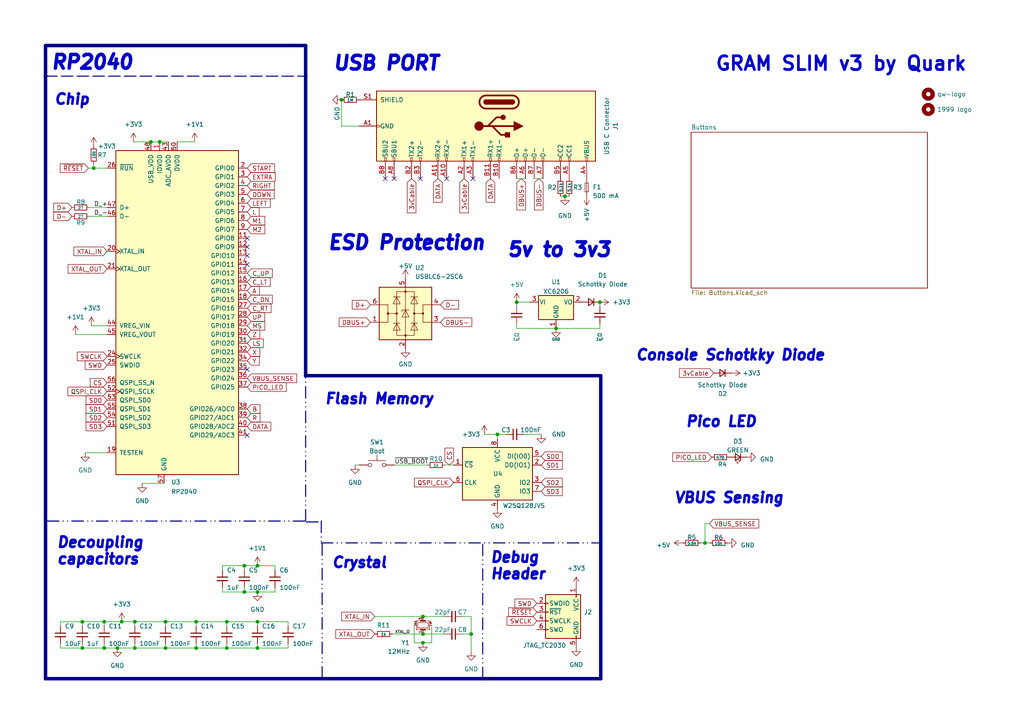
<source format=kicad_sch>
(kicad_sch (version 20230121) (generator eeschema)
  (paper "A4")
  (lib_symbols
    (symbol "Connector:USB_C_Receptacle" (pin_names (offset 1.016))
      (property "Reference" "J" (at -10.16 29.21 0))
      (property "Value" "USB_C_Receptacle" (at 10.16 29.21 0))
      (symbol "USB_C_Receptacle_1_1"
        (pin passive line (at 0 -40.64 90) (length 5.08) (name "GND") (number "A1"))
        (pin bidirectional line (at 15.24 -15.24 180) (length 5.08) (name "RX2-") (number "A10"))
        (pin bidirectional line (at 15.24 -17.78 180) (length 5.08) (name "RX2+") (number "A11"))
        (pin passive line (at 0 -40.64 90) (length 5.08) hide (name "GND") (number "A12"))
        (pin bidirectional line (at 15.24 -10.16 180) (length 5.08) (name "TX1+") (number "A2"))
        (pin bidirectional line (at 15.24 -7.62 180) (length 5.08) (name "TX1-") (number "A3"))
        (pin passive line (at 15.24 25.4 180) (length 5.08) (name "VBUS") (number "A4"))
        (pin bidirectional line (at 15.24 20.32 180) (length 5.08) (name "CC1") (number "A5"))
        (pin bidirectional line (at 15.24 7.62 180) (length 5.08) (name "D+") (number "A6"))
        (pin bidirectional line (at 15.24 12.7 180) (length 5.08) (name "D-") (number "A7"))
        (pin bidirectional line (at 15.24 -30.48 180) (length 5.08) (name "SBU1") (number "A8"))
        (pin passive line (at 15.24 25.4 180) (length 5.08) hide (name "VBUS") (number "A9"))
        (pin passive line (at 0 -40.64 90) (length 5.08) hide (name "GND") (number "B1"))
        (pin bidirectional line (at 15.24 0 180) (length 5.08) (name "RX1-") (number "B10"))
        (pin bidirectional line (at 15.24 -2.54 180) (length 5.08) (name "RX1+") (number "B11"))
        (pin passive line (at 0 -40.64 90) (length 5.08) hide (name "GND") (number "B12"))
        (pin bidirectional line (at 15.24 -25.4 180) (length 5.08) (name "TX2+") (number "B2"))
        (pin bidirectional line (at 15.24 -22.86 180) (length 5.08) (name "TX2-") (number "B3"))
        (pin passive line (at 15.24 25.4 180) (length 5.08) hide (name "VBUS") (number "B4"))
        (pin bidirectional line (at 15.24 17.78 180) (length 5.08) (name "CC2") (number "B5"))
        (pin bidirectional line (at 15.24 5.08 180) (length 5.08) (name "D+") (number "B6"))
        (pin bidirectional line (at 15.24 10.16 180) (length 5.08) (name "D-") (number "B7"))
        (pin bidirectional line (at 15.24 -33.02 180) (length 5.08) (name "SBU2") (number "B8"))
        (pin passive line (at 15.24 25.4 180) (length 5.08) hide (name "VBUS") (number "B9"))
        (pin passive line (at -7.62 -40.64 90) (length 5.08) (name "SHIELD") (number "S1"))
      )
    )
    (symbol "Device:C_Small" (pin_numbers hide) (pin_names (offset 0.254) hide)
      (property "Reference" "C" (at 0.254 1.778 0))
      (property "Value" "C_Small" (at 0.254 -2.032 0))
      (symbol "C_Small_1_1"
        (pin passive line (at 0 2.54 270) (length 2.032) (name "~") (number "1"))
        (pin passive line (at 0 -2.54 90) (length 2.032) (name "~") (number "2"))
      )
    )
    (symbol "Device:Crystal_GND24_Small" (pin_names (offset 1.016) hide)
      (property "Reference" "Y" (at 1.27 4.445 0))
      (property "Value" "Crystal_GND24_Small" (at 1.27 2.54 0))
      (symbol "Crystal_GND24_Small_1_1"
        (pin passive line (at -2.54 0 0) (length 1.27) (name "1") (number "1"))
        (pin passive line (at 0 -2.54 90) (length 0.635) (name "2") (number "2"))
        (pin passive line (at 2.54 0 180) (length 1.27) (name "3") (number "3"))
        (pin passive line (at 0 2.54 270) (length 0.635) (name "4") (number "4"))
      )
    )
    (symbol "Device:D_Small" (pin_numbers hide) (pin_names (offset 0.254) hide)
      (property "Reference" "D" (at -1.27 2.032 0))
      (property "Value" "D_Small" (at -3.81 -2.032 0))
      (symbol "D_Small_1_1"
        (pin passive line (at -2.54 0 0) (length 1.778) (name "K") (number "1"))
        (pin passive line (at 2.54 0 180) (length 1.778) (name "A") (number "2"))
      )
    )
    (symbol "Device:Fuse_Small" (pin_numbers hide) (pin_names (offset 0.254) hide)
      (property "Reference" "F" (at 0 -1.524 0))
      (property "Value" "Fuse_Small" (at 0 1.524 0))
      (symbol "Fuse_Small_1_1"
        (pin passive line (at -2.54 0 0) (length 1.27) (name "~") (number "1"))
        (pin passive line (at 2.54 0 180) (length 1.27) (name "~") (number "2"))
      )
    )
    (symbol "Device:LED_Small" (pin_numbers hide) (pin_names (offset 0.254) hide)
      (property "Reference" "D" (at -1.27 3.175 0))
      (property "Value" "LED_Small" (at -4.445 -2.54 0))
      (symbol "LED_Small_1_1"
        (pin passive line (at -2.54 0 0) (length 1.778) (name "K") (number "1"))
        (pin passive line (at 2.54 0 180) (length 1.778) (name "A") (number "2"))
      )
    )
    (symbol "Device:R_Small" (pin_numbers hide) (pin_names (offset 0.254) hide)
      (property "Reference" "R" (at 0.762 0.508 0))
      (property "Value" "R_Small" (at 0.762 -1.016 0))
      (symbol "R_Small_1_1"
        (pin passive line (at 0 2.54 270) (length 0.762) (name "~") (number "1"))
        (pin passive line (at 0 -2.54 90) (length 0.762) (name "~") (number "2"))
      )
    )
    (symbol "Mechanical:MountingHole" (pin_names (offset 1.016))
      (property "Reference" "H" (at 0 5.08 0))
      (property "Value" "MountingHole" (at 0 3.175 0))
    )
    (symbol "Memory_Flash:W25Q128JVS"
      (property "Reference" "U" (at -8.89 8.89 0))
      (property "Value" "W25Q128JVS" (at 7.62 8.89 0))
      (symbol "W25Q128JVS_1_1"
        (pin input line (at -12.7 2.54 0) (length 2.54) (name "~{CS}") (number "1"))
        (pin bidirectional line (at 12.7 2.54 180) (length 2.54) (name "DO(IO1)") (number "2"))
        (pin bidirectional line (at 12.7 -2.54 180) (length 2.54) (name "IO2") (number "3"))
        (pin power_in line (at 0 -10.16 90) (length 2.54) (name "GND") (number "4"))
        (pin bidirectional line (at 12.7 5.08 180) (length 2.54) (name "DI(IO0)") (number "5"))
        (pin input line (at -12.7 -2.54 0) (length 2.54) (name "CLK") (number "6"))
        (pin bidirectional line (at 12.7 -5.08 180) (length 2.54) (name "IO3") (number "7"))
        (pin power_in line (at 0 10.16 270) (length 2.54) (name "VCC") (number "8"))
      )
    )
    (symbol "Power_Protection:USBLC6-2SC6" (pin_names hide)
      (property "Reference" "U" (at 2.54 8.89 0))
      (property "Value" "USBLC6-2SC6" (at 2.54 -8.89 0))
      (symbol "USBLC6-2SC6_1_1"
        (pin passive line (at -10.16 -2.54 0) (length 2.54) (name "I/O1") (number "1"))
        (pin passive line (at 0 -10.16 90) (length 2.54) (name "GND") (number "2"))
        (pin passive line (at 10.16 -2.54 180) (length 2.54) (name "I/O2") (number "3"))
        (pin passive line (at 10.16 2.54 180) (length 2.54) (name "I/O2") (number "4"))
        (pin passive line (at 0 10.16 270) (length 2.54) (name "VBUS") (number "5"))
        (pin passive line (at -10.16 2.54 0) (length 2.54) (name "I/O1") (number "6"))
      )
    )
    (symbol "Regulator_Linear:XC6206PxxxMR" (pin_names (offset 0.254))
      (property "Reference" "U" (at -3.81 3.175 0))
      (property "Value" "XC6206PxxxMR" (at 0 3.175 0))
      (symbol "XC6206PxxxMR_1_1"
        (pin power_in line (at 0 -7.62 90) (length 2.54) (name "GND") (number "1"))
        (pin power_out line (at 7.62 0 180) (length 2.54) (name "VO") (number "2"))
        (pin power_in line (at -7.62 0 0) (length 2.54) (name "VI") (number "3"))
      )
    )
    (symbol "Sleep-lib:RP2040" (pin_names (offset 1.016))
      (property "Reference" "U" (at 8.89 51.435 0))
      (property "Value" "RP2040" (at 8.89 48.895 0))
      (symbol "RP2040_1_1"
        (pin power_in line (at -5.08 50.8 270) (length 2.54) (name "IOVDD") (number "1"))
        (pin power_in line (at -5.08 50.8 270) (length 2.54) hide (name "IOVDD") (number "10"))
        (pin input line (at 20.32 22.86 180) (length 2.54) (name "GPIO8") (number "11"))
        (pin input line (at 20.32 20.32 180) (length 2.54) (name "GPIO9") (number "12"))
        (pin input line (at 20.32 17.78 180) (length 2.54) (name "GPIO10") (number "13"))
        (pin input line (at 20.32 15.24 180) (length 2.54) (name "GPIO11") (number "14"))
        (pin input line (at 20.32 12.7 180) (length 2.54) (name "GPIO12") (number "15"))
        (pin input line (at 20.32 10.16 180) (length 2.54) (name "GPIO13") (number "16"))
        (pin input line (at 20.32 7.62 180) (length 2.54) (name "GPIO14") (number "17"))
        (pin input line (at 20.32 5.08 180) (length 2.54) (name "GPIO15") (number "18"))
        (pin input line (at -20.32 -39.37 0) (length 2.54) (name "TESTEN") (number "19"))
        (pin input line (at 20.32 43.18 180) (length 2.54) (name "GPIO0") (number "2"))
        (pin input clock (at -20.32 19.05 0) (length 2.54) (name "XTAL_IN") (number "20"))
        (pin input clock (at -20.32 13.97 0) (length 2.54) (name "XTAL_OUT") (number "21"))
        (pin power_in line (at -5.08 50.8 270) (length 2.54) hide (name "IOVDD") (number "22"))
        (pin power_in line (at 0 50.8 270) (length 2.54) hide (name "DVDD") (number "23"))
        (pin input clock (at -20.32 -11.43 0) (length 2.54) (name "SWCLK") (number "24"))
        (pin bidirectional line (at -20.32 -13.97 0) (length 2.54) (name "SWDIO") (number "25"))
        (pin input line (at -20.32 43.18 0) (length 2.54) (name "~{RUN}") (number "26"))
        (pin input line (at 20.32 2.54 180) (length 2.54) (name "GPIO16") (number "27"))
        (pin input line (at 20.32 0 180) (length 2.54) (name "GPIO17") (number "28"))
        (pin input line (at 20.32 -2.54 180) (length 2.54) (name "GPIO18") (number "29"))
        (pin input line (at 20.32 40.64 180) (length 2.54) (name "GPIO1") (number "3"))
        (pin input line (at 20.32 -5.08 180) (length 2.54) (name "GPIO19") (number "30"))
        (pin input line (at 20.32 -7.62 180) (length 2.54) (name "GPIO20") (number "31"))
        (pin input line (at 20.32 -10.16 180) (length 2.54) (name "GPIO21") (number "32"))
        (pin power_in line (at -5.08 50.8 270) (length 2.54) hide (name "IOVDD") (number "33"))
        (pin input line (at 20.32 -12.7 180) (length 2.54) (name "GPIO22") (number "34"))
        (pin input line (at 20.32 -15.24 180) (length 2.54) (name "GPIO23") (number "35"))
        (pin input line (at 20.32 -17.78 180) (length 2.54) (name "GPIO24") (number "36"))
        (pin input line (at 20.32 -20.32 180) (length 2.54) (name "GPIO25") (number "37"))
        (pin input line (at 20.32 -26.67 180) (length 2.54) (name "GPIO26/ADC0") (number "38"))
        (pin input line (at 20.32 -29.21 180) (length 2.54) (name "GPIO27/ADC1") (number "39"))
        (pin input line (at 20.32 38.1 180) (length 2.54) (name "GPIO2") (number "4"))
        (pin input line (at 20.32 -31.75 180) (length 2.54) (name "GPIO28/ADC2") (number "40"))
        (pin input line (at 20.32 -34.29 180) (length 2.54) (name "GPIO29/ADC3") (number "41"))
        (pin power_in line (at -5.08 50.8 270) (length 2.54) hide (name "IOVDD") (number "42"))
        (pin power_in line (at -2.54 50.8 270) (length 2.54) (name "ADC_AVDD") (number "43"))
        (pin power_in line (at -20.32 -2.54 0) (length 2.54) (name "VREG_VIN") (number "44"))
        (pin power_out line (at -20.32 -5.08 0) (length 2.54) (name "VREG_VOUT") (number "45"))
        (pin bidirectional line (at -20.32 29.21 0) (length 2.54) (name "D-") (number "46"))
        (pin bidirectional line (at -20.32 31.75 0) (length 2.54) (name "D+") (number "47"))
        (pin power_in line (at -7.62 50.8 270) (length 2.54) (name "USB_VDD") (number "48"))
        (pin power_in line (at -5.08 50.8 270) (length 2.54) hide (name "IOVDD") (number "49"))
        (pin input line (at 20.32 35.56 180) (length 2.54) (name "GPIO3") (number "5"))
        (pin power_in line (at 0 50.8 270) (length 2.54) (name "DVDD") (number "50"))
        (pin bidirectional line (at -20.32 -31.75 0) (length 2.54) (name "QSPI_SD3") (number "51"))
        (pin input clock (at -20.32 -21.59 0) (length 2.54) (name "QSPI_SCLK") (number "52"))
        (pin bidirectional line (at -20.32 -24.13 0) (length 2.54) (name "QSPI_SD0") (number "53"))
        (pin bidirectional line (at -20.32 -29.21 0) (length 2.54) (name "QSPI_SD2") (number "54"))
        (pin bidirectional line (at -20.32 -26.67 0) (length 2.54) (name "QSPI_SD1") (number "55"))
        (pin bidirectional line (at -20.32 -19.05 0) (length 2.54) (name "QSPI_SS_N") (number "56"))
        (pin power_in line (at -3.81 -48.26 90) (length 2.54) (name "GND") (number "57"))
        (pin input line (at 20.32 33.02 180) (length 2.54) (name "GPIO4") (number "6"))
        (pin input line (at 20.32 30.48 180) (length 2.54) (name "GPIO5") (number "7"))
        (pin input line (at 20.32 27.94 180) (length 2.54) (name "GPIO6") (number "8"))
        (pin input line (at 20.32 25.4 180) (length 2.54) (name "GPIO7") (number "9"))
      )
    )
    (symbol "Switch:SW_Push" (pin_numbers hide) (pin_names (offset 1.016) hide)
      (property "Reference" "SW" (at 1.27 2.54 0))
      (property "Value" "SW_Push" (at 0 -1.524 0))
      (symbol "SW_Push_0_1"
        (pin passive line (at -5.08 0 0) (length 2.54) (name "1") (number "1"))
        (pin passive line (at 5.08 0 180) (length 2.54) (name "2") (number "2"))
      )
    )
    (symbol "marbastlib-various:JTAG_TC2030" (pin_names (offset 1.016))
      (property "Reference" "J" (at -3.81 -6.35 0))
      (property "Value" "JTAG_TC2030" (at -10.16 8.89 0))
      (symbol "JTAG_TC2030_1_1"
        (pin passive line (at 5.08 10.16 270) (length 2.54) (name "VCC") (number "1"))
        (pin passive line (at -6.35 5.08 0) (length 2.54) (name "SWDIO") (number "2"))
        (pin passive line (at -6.35 2.54 0) (length 2.54) (name "~{RST}") (number "3"))
        (pin passive line (at -6.35 0 0) (length 2.54) (name "SWCLK") (number "4"))
        (pin passive line (at 5.08 -7.62 90) (length 2.54) (name "GND") (number "5"))
        (pin passive line (at -6.35 -2.54 0) (length 2.54) (name "SWO") (number "6"))
      )
    )
    (symbol "power:+1V1" (power) (pin_names (offset 0))
      (property "Value" "+1V1" (at 0 3.556 0))
      (symbol "+1V1_1_1"
        (pin power_in line (at 0 0 90) (length 0) hide (name "+1V1") (number "1"))
      )
    )
    (symbol "power:+3.3V" (power) (pin_names (offset 0))
      (property "Value" "+3.3V" (at 0 3.556 0))
      (symbol "+3.3V_1_1"
        (pin power_in line (at 0 0 90) (length 0) hide (name "+3V3") (number "1"))
      )
    )
    (symbol "power:+3V3" (power) (pin_names (offset 0))
      (property "Value" "+3V3" (at 0 3.556 0))
      (symbol "+3V3_1_1"
        (pin power_in line (at 0 0 90) (length 0) hide (name "+3V3") (number "1"))
      )
    )
    (symbol "power:+5V" (power) (pin_names (offset 0))
      (property "Value" "+5V" (at 0 3.556 0))
      (symbol "+5V_1_1"
        (pin power_in line (at 0 0 90) (length 0) hide (name "+5V") (number "1"))
      )
    )
    (symbol "power:GND" (power) (pin_names (offset 0))
      (property "Value" "GND" (at 0 -3.81 0))
      (symbol "GND_1_1"
        (pin power_in line (at 0 0 270) (length 0) hide (name "GND") (number "1"))
      )
    )
  )
  (junction (at 23.876 180.34))
  (junction (at 48.006 180.34))
  (junction (at 88.646 22.098))
  (junction (at 74.676 171.704))
  (junction (at 74.676 180.34))
  (junction (at 30.226 187.96))
  (junction (at 27.178 48.768))
  (junction (at 70.866 171.704))
  (junction (at 149.86 87.63) (diameter 0.9144))
  (junction (at 56.896 187.96))
  (junction (at 99.06 28.956))
  (junction (at 204.47 157.48))
  (junction (at 144.272 125.984))
  (junction (at 174.244 157.4631))
  (junction (at 140.001 196.85))
  (junction (at 65.786 180.34))
  (junction (at 136.652 183.896))
  (junction (at 39.116 180.34))
  (junction (at 30.226 180.34))
  (junction (at 23.876 187.96))
  (junction (at 13.208 22.098))
  (junction (at 122.682 178.816))
  (junction (at 65.786 187.96))
  (junction (at 74.676 187.96))
  (junction (at 74.676 164.084))
  (junction (at 70.866 164.084))
  (junction (at 173.99 87.63))
  (junction (at 56.896 180.34))
  (junction (at 39.116 187.96))
  (junction (at 161.29 95.25) (diameter 0.9144))
  (junction (at 46.3108 41.148))
  (junction (at 48.006 187.96))
  (junction (at 43.7708 41.148))
  (junction (at 88.646 108.966))
  (junction (at 163.8554 56.896))
  (junction (at 122.682 183.896))
  (junction (at 122.682 186.436))
  (junction (at 34.036 187.96))
  (junction (at 35.306 180.34))
  (no_connect (at 111.76 51.816))
  (no_connect (at 71.7108 69.088))
  (no_connect (at 137.16 51.816))
  (no_connect (at 121.92 51.816))
  (no_connect (at 114.3 51.816))
  (no_connect (at 71.7108 74.168))
  (no_connect (at 71.7108 71.628))
  (no_connect (at 71.7108 76.708))
  (no_connect (at 71.7108 107.188))
  (no_connect (at 129.54 51.816))
  (no_connect (at 71.7108 126.238))
  (wire (pts (xy 64.516 164.084) (xy 64.516 165.354)))
  (wire (pts (xy 24.7208 131.318) (xy 31.0708 131.318)))
  (wire (pts (xy 151.892 125.984) (xy 156.972 125.984)))
  (bus (pts (xy 88.646 151.13) (xy 88.646 108.966)) (stroke (width 0) (type dash_dot_dot)))
  (wire (pts (xy 120.142 181.356) (xy 120.142 186.436)))
  (wire (pts (xy 173.99 93.9546) (xy 173.99 95.25)))
  (wire (pts (xy 39.116 187.96) (xy 39.116 186.69)))
  (wire (pts (xy 74.676 180.34) (xy 74.676 181.61)))
  (wire (pts (xy 34.036 187.96) (xy 39.116 187.96)))
  (wire (pts (xy 136.652 183.896) (xy 134.112 183.896)))
  (wire (pts (xy 25.94 62.738) (xy 31.0708 62.738)))
  (wire (pts (xy 136.652 183.896) (xy 136.652 188.976)))
  (bus (pts (xy 174.244 196.85) (xy 174.244 157.4631)) (stroke (width 1)))
  (wire (pts (xy 70.866 164.084) (xy 70.866 165.354)))
  (wire (pts (xy 99.06 36.576) (xy 99.06 28.956)))
  (wire (pts (xy 31.0708 97.028) (xy 21.9014 97.028)))
  (bus (pts (xy 13.208 196.85) (xy 140.001 196.85)) (stroke (width 1)))
  (wire (pts (xy 25.94 60.198) (xy 31.0708 60.198)))
  (bus (pts (xy 140.001 196.85) (xy 140.001 157.48)) (stroke (width 0) (type dash_dot_dot)))
  (wire (pts (xy 102.997 134.874) (xy 104.267 134.874)))
  (wire (pts (xy 120.142 186.436) (xy 122.682 186.436)))
  (bus (pts (xy 13.208 13.208) (xy 88.646 13.208)) (stroke (width 1)))
  (wire (pts (xy 64.516 170.434) (xy 64.516 171.704)))
  (wire (pts (xy 56.896 186.69) (xy 56.896 187.96)))
  (wire (pts (xy 17.526 186.69) (xy 17.526 187.96)))
  (wire (pts (xy 136.652 178.816) (xy 136.652 183.896)))
  (bus (pts (xy 13.208 22.098) (xy 88.646 22.098)) (stroke (width 0) (type dash)))
  (wire (pts (xy 26.5242 94.488) (xy 31.0708 94.488)))
  (wire (pts (xy 65.786 180.34) (xy 65.786 181.61)))
  (bus (pts (xy 88.646 108.966) (xy 174.244 108.966)) (stroke (width 1)))
  (wire (pts (xy 38.6908 41.148) (xy 43.7708 41.148)))
  (wire (pts (xy 152.4 51.816) (xy 149.86 51.816)))
  (wire (pts (xy 17.526 187.96) (xy 23.876 187.96)))
  (wire (pts (xy 70.866 170.434) (xy 70.866 171.704)))
  (wire (pts (xy 162.56 56.896) (xy 163.8554 56.896)))
  (bus (pts (xy 140.001 196.85) (xy 174.244 196.85)) (stroke (width 1)))
  (wire (pts (xy 79.756 171.704) (xy 79.756 170.434)))
  (wire (pts (xy 129.032 183.896) (xy 122.682 183.896)))
  (wire (pts (xy 104.14 36.576) (xy 99.06 36.576)))
  (wire (pts (xy 74.676 180.34) (xy 83.566 180.34)))
  (wire (pts (xy 65.786 186.69) (xy 65.786 187.96)))
  (wire (pts (xy 149.86 87.63) (xy 153.67 87.63)))
  (wire (pts (xy 39.116 187.96) (xy 48.006 187.96)))
  (wire (pts (xy 70.866 171.704) (xy 74.676 171.704)))
  (wire (pts (xy 25.6351 48.768) (xy 27.178 48.768)))
  (wire (pts (xy 48.006 187.96) (xy 56.896 187.96)))
  (bus (pts (xy 174.244 157.4631) (xy 174.244 108.966)) (stroke (width 1)))
  (wire (pts (xy 30.226 180.34) (xy 23.876 180.34)))
  (wire (pts (xy 83.566 180.34) (xy 83.566 181.61)))
  (wire (pts (xy 39.116 180.34) (xy 39.116 181.61)))
  (wire (pts (xy 129.032 134.874) (xy 131.572 134.874)))
  (wire (pts (xy 83.566 187.96) (xy 83.566 186.69)))
  (bus (pts (xy 88.646 13.208) (xy 88.646 22.098)) (stroke (width 1)))
  (wire (pts (xy 39.116 180.34) (xy 48.006 180.34)))
  (wire (pts (xy 70.866 164.084) (xy 64.516 164.084)))
  (wire (pts (xy 74.676 164.084) (xy 79.756 164.084)))
  (wire (pts (xy 35.306 180.34) (xy 39.116 180.34)))
  (wire (pts (xy 140.462 125.984) (xy 144.272 125.984)))
  (wire (pts (xy 114.427 134.874) (xy 123.952 134.874)))
  (wire (pts (xy 204.47 157.48) (xy 205.9178 157.48)))
  (bus (pts (xy 93.1852 151.13) (xy 93.1852 157.4631)) (stroke (width 0) (type dash_dot_dot)))
  (wire (pts (xy 48.006 187.96) (xy 48.006 186.69)))
  (wire (pts (xy 23.876 180.34) (xy 23.876 181.61)))
  (wire (pts (xy 65.786 180.34) (xy 74.676 180.34)))
  (wire (pts (xy 203.2 157.48) (xy 204.47 157.48)))
  (wire (pts (xy 149.86 93.98) (xy 149.86 95.25)))
  (wire (pts (xy 204.47 151.892) (xy 204.47 157.48)))
  (wire (pts (xy 144.272 125.984) (xy 146.812 125.984)))
  (wire (pts (xy 79.756 164.084) (xy 79.756 165.354)))
  (wire (pts (xy 30.226 180.34) (xy 30.226 181.61)))
  (wire (pts (xy 157.48 51.816) (xy 154.94 51.816)))
  (wire (pts (xy 30.226 187.96) (xy 34.036 187.96)))
  (wire (pts (xy 74.676 187.96) (xy 74.676 186.69)))
  (wire (pts (xy 17.526 180.34) (xy 23.876 180.34)))
  (wire (pts (xy 30.226 180.34) (xy 35.306 180.34)))
  (bus (pts (xy 88.646 22.098) (xy 88.646 108.966)) (stroke (width 1)))
  (wire (pts (xy 27.178 47.498) (xy 27.178 48.768)))
  (wire (pts (xy 161.29 95.25) (xy 173.99 95.25)))
  (wire (pts (xy 46.3108 41.148) (xy 48.8508 41.148)))
  (wire (pts (xy 125.222 181.356) (xy 125.222 186.436)))
  (wire (pts (xy 108.712 178.816) (xy 122.682 178.816)))
  (wire (pts (xy 64.516 171.704) (xy 70.866 171.704)))
  (wire (pts (xy 122.682 183.896) (xy 113.792 183.896)))
  (wire (pts (xy 48.006 180.34) (xy 48.006 181.61)))
  (wire (pts (xy 144.272 125.984) (xy 144.272 127.254)))
  (bus (pts (xy 88.9 151.384) (xy 93.4392 151.384)) (stroke (width 0) (type dash_dot_dot)))
  (wire (pts (xy 30.226 186.69) (xy 30.226 187.96)))
  (bus (pts (xy 93.1852 157.4631) (xy 174.244 157.4631)) (stroke (width 0) (type dash_dot_dot)))
  (wire (pts (xy 51.3908 41.148) (xy 56.4708 41.148)))
  (bus (pts (xy 93.4392 157.7171) (xy 93.4392 197.104)) (stroke (width 0) (type dash_dot_dot)))
  (wire (pts (xy 48.006 180.34) (xy 56.896 180.34)))
  (wire (pts (xy 125.222 186.436) (xy 122.682 186.436)))
  (wire (pts (xy 149.86 87.63) (xy 149.86 88.9)))
  (wire (pts (xy 56.896 180.34) (xy 65.786 180.34)))
  (wire (pts (xy 161.29 95.25) (xy 149.86 95.25)))
  (wire (pts (xy 163.8554 56.896) (xy 165.1 56.896)))
  (wire (pts (xy 56.896 180.34) (xy 56.896 181.61)))
  (wire (pts (xy 173.99 88.8746) (xy 173.99 87.63)))
  (wire (pts (xy 74.676 187.96) (xy 83.566 187.96)))
  (wire (pts (xy 23.876 187.96) (xy 30.226 187.96)))
  (wire (pts (xy 23.876 186.69) (xy 23.876 187.96)))
  (wire (pts (xy 205.74 151.892) (xy 204.47 151.892)))
  (bus (pts (xy 174.244 157.4631) (xy 174.244 157.48)))
  (bus (pts (xy 13.716 151.13) (xy 88.646 151.13)) (stroke (width 0) (type dash_dot_dot)))
  (wire (pts (xy 129.032 178.816) (xy 122.682 178.816)))
  (wire (pts (xy 41.2308 140.208) (xy 47.5808 140.208)))
  (bus (pts (xy 13.208 13.208) (xy 13.208 22.098)) (stroke (width 1)))
  (wire (pts (xy 56.896 187.96) (xy 65.786 187.96)))
  (bus (pts (xy 13.208 22.098) (xy 13.208 196.85)) (stroke (width 1)))
  (wire (pts (xy 74.676 171.704) (xy 79.756 171.704)))
  (wire (pts (xy 27.178 48.768) (xy 31.0708 48.768)))
  (wire (pts (xy 74.676 164.084) (xy 70.866 164.084)))
  (wire (pts (xy 43.7708 41.148) (xy 46.3108 41.148)))
  (wire (pts (xy 65.786 187.96) (xy 74.676 187.96)))
  (wire (pts (xy 17.526 181.61) (xy 17.526 180.34)))
  (wire (pts (xy 134.112 178.816) (xy 136.652 178.816)))
  (text "GRAM SLIM v3 by Quark" (at 280.67 20.955 0) (effects (font (size 4 4) (thickness 0.8) bold) (justify right bottom)))
  (text "Flash Memory" (at 93.98 117.602 0) (effects (font (size 3 3) (thickness 2) bold italic) (justify left bottom)))
  (text "5v to 3v3" (at 146.812 74.93 0) (effects (font (size 4 4) (thickness 2) bold italic) (justify left bottom)))
  (text "Pico LED" (at 198.628 124.206 0) (effects (font (size 3 3) (thickness 2) bold italic) (justify left bottom)))
  (text "Crystal" (at 96.012 165.1 0) (effects (font (size 3 3) (thickness 2) bold italic) (justify left bottom)))
  (text "Chip" (at 15.494 30.734 0) (effects (font (size 3 3) (thickness 2) bold italic) (justify left bottom)))
  (text "Console Schotkky Diode" (at 184.15 104.902 0) (effects (font (size 3 3) (thickness 2) bold italic) (justify left bottom)))
  (text "RP2040" (at 14.478 20.574 0) (effects (font (size 4 4) (thickness 2) bold italic) (justify left bottom)))
  (text "VBUS Sensing" (at 195.326 146.304 0) (effects (font (size 3 3) (thickness 2) bold italic) (justify left bottom)))
  (text "Debug\nHeader" (at 141.986 168.402 0) (effects (font (size 3 3) (thickness 2) bold italic) (justify left bottom)))
  (text "USB PORT" (at 96.266 20.828 0) (effects (font (size 4 4) (thickness 2) bold italic) (justify left bottom)))
  (text "ESD Protection" (at 94.742 72.898 0) (effects (font (size 4 4) (thickness 2) bold italic) (justify left bottom)))
  (text "Decoupling\ncapacitors" (at 16.256 164.084 0) (effects (font (size 3 3) (thickness 2) bold italic) (justify left bottom)))
  (label "XTAL_O" (at 118.872 183.896 180) (effects (font (size 0.8 0.8))))
  (label "~{USB_BOOT}" (at 114.427 134.874 0))
  (label "D_+" (at 27.2608 60.198 0))
  (label "D_-" (at 27.2608 62.738 0))
  (global_label "~{RESET}" (shape input) (at 25.6351 48.768 180) (property "Intersheetrefs" "${INTERSHEET_REFS}" (effects hide)))
  (global_label "RIGHT" (shape input) (at 71.7108 53.848 0) (property "Intersheetrefs" "${INTERSHEET_REFS}" (effects hide)))
  (global_label "SD1" (shape input) (at 31.0708 118.618 180) (property "Intersheetrefs" "${INTERSHEET_REFS}" (effects hide)))
  (global_label "DBUS+" (shape input) (at 107.442 93.472 180) (property "Intersheetrefs" "${INTERSHEET_REFS}" (effects hide)))
  (global_label "DOWN" (shape input) (at 71.7108 56.388 0) (property "Intersheetrefs" "${INTERSHEET_REFS}" (effects hide)))
  (global_label "DBUS-" (shape input) (at 156.2608 51.816 270) (property "Intersheetrefs" "${INTERSHEET_REFS}" (effects hide)))
  (global_label "SWD" (shape input) (at 155.702 175.006 180) (property "Intersheetrefs" "${INTERSHEET_REFS}" (effects hide)))
  (global_label "D+" (shape input) (at 107.442 88.392 180) (property "Intersheetrefs" "${INTERSHEET_REFS}" (effects hide)))
  (global_label "SWCLK" (shape input) (at 155.702 180.086 180) (property "Intersheetrefs" "${INTERSHEET_REFS}" (effects hide)))
  (global_label "DATA" (shape input) (at 71.7108 123.698 0) (property "Intersheetrefs" "${INTERSHEET_REFS}" (effects hide)))
  (global_label "XTAL_OUT" (shape input) (at 108.712 183.896 180) (property "Intersheetrefs" "${INTERSHEET_REFS}" (effects hide)))
  (global_label "C_DN" (shape input) (at 71.7108 86.868 0) (property "Intersheetrefs" "${INTERSHEET_REFS}" (effects hide)))
  (global_label "DBUS+" (shape input) (at 151.1808 51.816 270) (property "Intersheetrefs" "${INTERSHEET_REFS}" (effects hide)))
  (global_label "DBUS-" (shape input) (at 127.762 93.472 0) (property "Intersheetrefs" "${INTERSHEET_REFS}" (effects hide)))
  (global_label "M2" (shape input) (at 71.7108 66.548 0) (property "Intersheetrefs" "${INTERSHEET_REFS}" (effects hide)))
  (global_label "SWCLK" (shape input) (at 31.0708 103.378 180) (property "Intersheetrefs" "${INTERSHEET_REFS}" (effects hide)))
  (global_label "QSPI_CLK" (shape input) (at 131.572 139.954 180) (property "Intersheetrefs" "${INTERSHEET_REFS}" (effects hide)))
  (global_label "3vCable" (shape input) (at 134.62 51.816 270) (property "Intersheetrefs" "${INTERSHEET_REFS}" (effects hide)))
  (global_label "SD1" (shape input) (at 156.972 134.874 0) (property "Intersheetrefs" "${INTERSHEET_REFS}" (effects hide)))
  (global_label "XTAL_IN" (shape input) (at 31.0708 72.898 180) (property "Intersheetrefs" "${INTERSHEET_REFS}" (effects hide)))
  (global_label "3vCable" (shape input) (at 207.01 108.204 180) (property "Intersheetrefs" "${INTERSHEET_REFS}" (effects hide)))
  (global_label "X" (shape input) (at 71.7108 102.108 0) (property "Intersheetrefs" "${INTERSHEET_REFS}" (effects hide)))
  (global_label "L" (shape input) (at 71.7108 61.468 0) (property "Intersheetrefs" "${INTERSHEET_REFS}" (effects hide)))
  (global_label "PICO_LED" (shape input) (at 71.7108 112.268 0) (property "Intersheetrefs" "${INTERSHEET_REFS}" (effects hide)))
  (global_label "VBUS_SENSE" (shape input) (at 205.74 151.892 0) (property "Intersheetrefs" "${INTERSHEET_REFS}" (effects hide)))
  (global_label "C_LT" (shape input) (at 71.7108 81.788 0) (property "Intersheetrefs" "${INTERSHEET_REFS}" (effects hide)))
  (global_label "B" (shape input) (at 71.7108 118.618 0) (property "Intersheetrefs" "${INTERSHEET_REFS}" (effects hide)))
  (global_label "CS" (shape input) (at 31.0708 110.998 180) (property "Intersheetrefs" "${INTERSHEET_REFS}" (effects hide)))
  (global_label "EXTRA" (shape input) (at 71.7108 51.308 0) (property "Intersheetrefs" "${INTERSHEET_REFS}" (effects hide)))
  (global_label "D-" (shape input) (at 127.762 88.392 0) (property "Intersheetrefs" "${INTERSHEET_REFS}" (effects hide)))
  (global_label "XTAL_OUT" (shape input) (at 31.0708 77.978 180) (property "Intersheetrefs" "${INTERSHEET_REFS}" (effects hide)))
  (global_label "SD2" (shape input) (at 156.972 139.954 0) (property "Intersheetrefs" "${INTERSHEET_REFS}" (effects hide)))
  (global_label "Y" (shape input) (at 71.7108 104.648 0) (property "Intersheetrefs" "${INTERSHEET_REFS}" (effects hide)))
  (global_label "M1" (shape input) (at 71.7108 64.008 0) (property "Intersheetrefs" "${INTERSHEET_REFS}" (effects hide)))
  (global_label "C_RT" (shape input) (at 71.7108 89.408 0) (property "Intersheetrefs" "${INTERSHEET_REFS}" (effects hide)))
  (global_label "SWD" (shape input) (at 31.0708 105.918 180) (property "Intersheetrefs" "${INTERSHEET_REFS}" (effects hide)))
  (global_label "3vCable" (shape input) (at 119.38 51.816 270) (property "Intersheetrefs" "${INTERSHEET_REFS}" (effects hide)))
  (global_label "LS" (shape input) (at 71.7108 99.568 0) (property "Intersheetrefs" "${INTERSHEET_REFS}" (effects hide)))
  (global_label "SD0" (shape input) (at 156.972 132.334 0) (property "Intersheetrefs" "${INTERSHEET_REFS}" (effects hide)))
  (global_label "XTAL_IN" (shape input) (at 108.712 178.816 180) (property "Intersheetrefs" "${INTERSHEET_REFS}" (effects hide)))
  (global_label "SD2" (shape input) (at 31.0708 121.158 180) (property "Intersheetrefs" "${INTERSHEET_REFS}" (effects hide)))
  (global_label "START" (shape input) (at 71.7108 48.768 0) (property "Intersheetrefs" "${INTERSHEET_REFS}" (effects hide)))
  (global_label "Z" (shape input) (at 71.7108 97.028 0) (property "Intersheetrefs" "${INTERSHEET_REFS}" (effects hide)))
  (global_label "UP" (shape input) (at 71.7108 91.948 0) (property "Intersheetrefs" "${INTERSHEET_REFS}" (effects hide)))
  (global_label "QSPI_CLK" (shape input) (at 31.0708 113.538 180) (property "Intersheetrefs" "${INTERSHEET_REFS}" (effects hide)))
  (global_label "SD3" (shape input) (at 156.972 142.494 0) (property "Intersheetrefs" "${INTERSHEET_REFS}" (effects hide)))
  (global_label "DATA" (shape input) (at 127 51.816 270) (property "Intersheetrefs" "${INTERSHEET_REFS}" (effects hide)))
  (global_label "DATA" (shape input) (at 142.24 51.816 270) (property "Intersheetrefs" "${INTERSHEET_REFS}" (effects hide)))
  (global_label "C_UP" (shape input) (at 71.7108 79.248 0) (property "Intersheetrefs" "${INTERSHEET_REFS}" (effects hide)))
  (global_label "D+" (shape input) (at 20.86 60.198 180) (property "Intersheetrefs" "${INTERSHEET_REFS}" (effects hide)))
  (global_label "PICO_LED" (shape input) (at 206.4258 132.588 180) (property "Intersheetrefs" "${INTERSHEET_REFS}" (effects hide)))
  (global_label "R" (shape input) (at 71.7108 121.158 0) (property "Intersheetrefs" "${INTERSHEET_REFS}" (effects hide)))
  (global_label "CS" (shape input) (at 130.302 134.874 90) (property "Intersheetrefs" "${INTERSHEET_REFS}" (effects hide)))
  (global_label "A" (shape input) (at 71.7108 84.328 0) (property "Intersheetrefs" "${INTERSHEET_REFS}" (effects hide)))
  (global_label "LEFT" (shape input) (at 71.7108 58.928 0) (property "Intersheetrefs" "${INTERSHEET_REFS}" (effects hide)))
  (global_label "SD0" (shape input) (at 31.0708 116.078 180) (property "Intersheetrefs" "${INTERSHEET_REFS}" (effects hide)))
  (global_label "D-" (shape input) (at 20.86 62.738 180) (property "Intersheetrefs" "${INTERSHEET_REFS}" (effects hide)))
  (global_label "~{RESET}" (shape input) (at 155.702 177.546 180) (property "Intersheetrefs" "${INTERSHEET_REFS}" (effects hide)))
  (global_label "VBUS_SENSE" (shape input) (at 71.7108 109.728 0) (property "Intersheetrefs" "${INTERSHEET_REFS}" (effects hide)))
  (global_label "SD3" (shape input) (at 31.0708 123.698 180) (property "Intersheetrefs" "${INTERSHEET_REFS}" (effects hide)))
  (global_label "MS" (shape input) (at 71.7108 94.488 0) (property "Intersheetrefs" "${INTERSHEET_REFS}" (effects hide)))
  (symbol (lib_id "power:GND") (at 102.997 134.874 0) (unit 1)
    (property "Reference" "#PWR019" (effects hide))
    (property "Value" "GND" (at 102.997 139.954 0))
  )
  (symbol (lib_id "Device:R_Small") (at 101.6 28.956 90) (unit 1)
    (property "Reference" "R1" (at 101.6 27.4066 90))
    (property "Value" "1M" (at 101.6 29.0576 90) (effects (font (size 0.8 0.8))))
    (property "Footprint" "Resistor_SMD:R_0603_1608Metric" (effects hide))
    (property "LCSC" "C25190" (effects hide))
  )
  (symbol (lib_id "Device:C_Small") (at 30.226 184.15 0) (unit 1)
    (property "Reference" "C11" (at 31.496 181.6099 0) (effects (justify left)))
    (property "Value" "100nF" (at 31.496 186.6899 0) (effects (justify left)))
    (property "Footprint" "Capacitor_SMD:C_0402_1005Metric" (effects hide))
    (property "LCSC" "C1525" (effects hide))
  )
  (symbol (lib_id "Device:R_Small") (at 23.4 62.738 90) (unit 1)
    (property "Reference" "R9" (at 23.4 64.6176 90))
    (property "Value" "27" (at 23.4 62.8396 90) (effects (font (size 0.8 0.8))))
    (property "Footprint" "Resistor_SMD:R_0603_1608Metric" (effects hide))
    (property "LCSC" "C25190" (effects hide))
  )
  (symbol (lib_id "Mechanical:MountingHole") (at 269.24 31.75 0) (unit 1)
    (property "Reference" "H2" (effects hide))
    (property "Value" "1999 logo" (at 271.78 31.75 0) (effects (justify left)))
    (property "Footprint" "1999:1999 logo md" (effects hide))
  )
  (symbol (lib_id "power:GND") (at 117.602 101.092 0) (unit 1)
    (property "Reference" "#PWR013" (effects hide))
    (property "Value" "GND" (at 117.602 105.6545 0))
  )
  (symbol (lib_id "Device:Crystal_GND24_Small") (at 122.682 181.356 270) (mirror x) (unit 1)
    (property "Reference" "Y1" (at 118.872 186.436 90) (effects (justify right)))
    (property "Value" "12MHz" (at 118.872 188.976 90) (effects (justify right)))
    (property "Footprint" "Crystal:Crystal_SMD_3225-4Pin_3.2x2.5mm" (effects hide))
    (property "LCSC" "C9002" (effects hide))
  )
  (symbol (lib_id "power:+5V") (at 117.602 80.772 0) (unit 1)
    (property "Reference" "#PWR07" (effects hide))
    (property "Value" "+5V" (at 117.602 77.1675 0))
  )
  (symbol (lib_id "Device:LED_Small") (at 214.0458 132.588 180) (unit 1)
    (property "Reference" "D3" (at 213.9823 128.016 0))
    (property "Value" "GREEN" (at 213.9823 130.556 0))
    (property "Footprint" "LED_SMD:LED_0805_2012Metric" (effects hide))
  )
  (symbol (lib_id "Device:D_Small") (at 209.55 108.204 180) (unit 1)
    (property "Reference" "D2" (at 209.55 114.1984 0))
    (property "Value" "Schottky Diode" (at 209.55 111.6584 0))
    (property "Footprint" "Diode_SMD:D_SOD-123" (effects hide))
    (property "LCSC" "C130880" (effects hide))
  )
  (symbol (lib_id "Memory_Flash:W25Q128JVS") (at 144.272 137.414 0) (unit 1)
    (property "Reference" "U4" (at 143.002 137.414 0) (effects (justify left)))
    (property "Value" "W25Q128JVS" (at 145.7918 146.6562 0) (effects (justify left)))
    (property "Footprint" "Package_SO:SOIC-8_5.23x5.23mm_P1.27mm" (effects hide))
    (property "Datasheet" "http://www.winbond.com/resource-files/w25q128jv_dtr%20revc%2003272018%20plus.pdf" (effects hide))
    (property "LCSC" "C97521" (effects hide))
  )
  (symbol (lib_id "Device:C_Small") (at 173.99 91.4146 180) (unit 1)
    (property "Reference" "C1" (at 173.99 97.1296 0) (effects (font (size 0.762 0.762))))
    (property "Value" "1uF" (at 173.99 98.3996 0) (effects (font (size 0.762 0.762))))
    (property "Footprint" "Capacitor_SMD:C_0402_1005Metric" (effects hide))
    (property "LCSC" "C52923" (effects hide))
  )
  (symbol (lib_id "power:+3V3") (at 212.09 108.204 270) (unit 1)
    (property "Reference" "#PWR014" (effects hide))
    (property "Value" "+3V3" (at 220.6244 108.204 90) (effects (justify right)))
  )
  (symbol (lib_id "power:+5V") (at 149.86 87.63 0) (unit 1)
    (property "Reference" "#PWR08" (effects hide))
    (property "Value" "+5V" (at 149.86 82.55 0))
  )
  (symbol (lib_id "Device:R_Small") (at 208.4578 157.48 90) (unit 1)
    (property "Reference" "R6" (at 209.7949 155.9071 90) (effects (justify left)))
    (property "Value" "10k" (at 209.5918 157.5916 90) (effects (font (size 0.8 0.8)) (justify left)))
    (property "Footprint" "Resistor_SMD:R_0603_1608Metric" (effects hide))
  )
  (symbol (lib_id "power:GND") (at 122.682 186.436 0) (mirror y) (unit 1)
    (property "Reference" "#PWR028" (effects hide))
    (property "Value" "GND" (at 122.682 191.516 0))
  )
  (symbol (lib_id "power:GND") (at 167.132 187.706 0) (unit 1)
    (property "Reference" "#PWR029" (effects hide))
    (property "Value" "GND" (at 167.132 192.786 0))
  )
  (symbol (lib_id "Device:C_Small") (at 56.896 184.15 0) (unit 1)
    (property "Reference" "C14" (at 58.166 181.6099 0) (effects (justify left)))
    (property "Value" "100nF" (at 58.166 186.6899 0) (effects (justify left)))
    (property "Footprint" "Capacitor_SMD:C_0402_1005Metric" (effects hide))
    (property "LCSC" "C1525" (effects hide))
  )
  (symbol (lib_id "power:+5V") (at 198.12 157.48 90) (unit 1)
    (property "Reference" "#PWR022" (effects hide))
    (property "Value" "+5V" (at 194.437 158.115 90) (effects (justify left)))
  )
  (symbol (lib_id "power:+3V3") (at 35.306 180.34 0) (unit 1)
    (property "Reference" "#PWR027" (effects hide))
    (property "Value" "+3V3" (at 35.306 175.26 0))
  )
  (symbol (lib_id "Device:D_Small") (at 171.45 87.63 180) (unit 1)
    (property "Reference" "D1" (at 174.8028 79.883 0))
    (property "Value" "Schottky Diode" (at 174.8028 82.423 0))
    (property "Footprint" "Diode_SMD:D_SOD-123" (effects hide))
    (property "LCSC" "C130880" (effects hide))
  )
  (symbol (lib_id "Device:C_Small") (at 17.526 184.15 0) (unit 1)
    (property "Reference" "C9" (at 18.796 181.6099 0) (effects (justify left)))
    (property "Value" "10uF" (at 18.796 186.6899 0) (effects (justify left)))
    (property "Footprint" "Capacitor_SMD:C_0402_1005Metric" (effects hide))
    (property "LCSC" "C15525" (effects hide))
  )
  (symbol (lib_id "power:GND") (at 144.272 147.574 0) (unit 1)
    (property "Reference" "#PWR021" (effects hide))
    (property "Value" "GND" (at 144.272 152.654 0))
  )
  (symbol (lib_id "Device:R_Small") (at 208.9658 132.588 90) (unit 1)
    (property "Reference" "R4" (at 210.8765 134.6651 90) (effects (justify left)))
    (property "Value" "470" (at 210.0998 132.6996 90) (effects (font (size 0.8 0.8)) (justify left)))
    (property "Footprint" "Resistor_SMD:R_0402_1005Metric" (effects hide))
  )
  (symbol (lib_id "Device:C_Small") (at 83.566 184.15 0) (unit 1)
    (property "Reference" "C17" (at 84.836 181.6099 0) (effects (justify left)))
    (property "Value" "100nF" (at 84.836 186.6899 0) (effects (justify left)))
    (property "Footprint" "Capacitor_SMD:C_0402_1005Metric" (effects hide))
    (property "LCSC" "C1525" (effects hide))
  )
  (symbol (lib_id "power:GND") (at 210.9978 157.48 90) (unit 1)
    (property "Reference" "#PWR023" (effects hide))
    (property "Value" "GND" (at 214.8078 158.115 90) (effects (justify right)))
  )
  (symbol (lib_id "Device:C_Small") (at 149.352 125.984 90) (unit 1)
    (property "Reference" "C3" (at 148.0819 124.714 90) (effects (justify left)))
    (property "Value" "100nF" (at 156.9719 124.714 90) (effects (justify left)))
    (property "Footprint" "Capacitor_SMD:C_0402_1005Metric" (effects hide))
    (property "LCSC" "C1525" (effects hide))
  )
  (symbol (lib_id "Device:C_Small") (at 79.756 167.894 0) (unit 1)
    (property "Reference" "C6" (at 81.026 165.3539 0) (effects (justify left)))
    (property "Value" "100nF" (at 81.026 170.4339 0) (effects (justify left)))
    (property "Footprint" "Capacitor_SMD:C_0402_1005Metric" (effects hide))
    (property "LCSC" "C1525" (effects hide))
  )
  (symbol (lib_id "power:+3V3") (at 26.5242 94.488 0) (unit 1)
    (property "Reference" "#PWR010" (effects hide))
    (property "Value" "+3V3" (at 26.5242 89.408 0))
  )
  (symbol (lib_id "Regulator_Linear:XC6206PxxxMR") (at 161.29 87.63 0) (unit 1)
    (property "Reference" "U1" (at 161.29 81.7585 0))
    (property "Value" "XC6206" (at 161.29 84.5336 0))
    (property "Footprint" "Package_TO_SOT_SMD:SOT-23" (effects hide))
    (property "Datasheet" "https://www.torexsemi.com/file/xc6206/XC6206.pdf" (effects hide))
    (property "LCSC" "C5446" (effects hide))
  )
  (symbol (lib_id "Connector:USB_C_Receptacle") (at 144.78 36.576 270) (unit 1)
    (property "Reference" "J1" (at 178.5112 36.576 0))
    (property "Value" "USB C Connector" (at 175.9712 36.576 0))
    (property "Footprint" "qw-footprints:TYPE-C_24P_QCHT" (effects hide))
    (property "Datasheet" "https://www.usb.org/sites/default/files/documents/usb_type-c.zip" (effects hide))
    (property "LCSC" "C456013" (effects hide))
  )
  (symbol (lib_id "power:GND") (at 24.7208 131.318 0) (unit 1)
    (property "Reference" "#PWR017" (effects hide))
    (property "Value" "GND" (at 24.7208 136.398 0))
  )
  (symbol (lib_id "power:GND") (at 156.972 125.984 0) (unit 1)
    (property "Reference" "#PWR016" (effects hide))
    (property "Value" "GND" (at 162.052 125.984 0))
  )
  (symbol (lib_id "power:+3V3") (at 38.6908 41.148 0) (unit 1)
    (property "Reference" "#PWR02" (effects hide))
    (property "Value" "+3V3" (at 38.6908 36.068 0))
  )
  (symbol (lib_id "power:+3V3") (at 140.462 125.984 0) (unit 1)
    (property "Reference" "#PWR015" (effects hide))
    (property "Value" "+3V3" (at 136.652 125.984 0))
  )
  (symbol (lib_id "power:GND") (at 216.5858 132.588 90) (unit 1)
    (property "Reference" "#PWR018" (effects hide))
    (property "Value" "GND" (at 220.3958 133.223 90) (effects (justify right)))
  )
  (symbol (lib_id "Device:C_Small") (at 131.572 183.896 270) (mirror x) (unit 1)
    (property "Reference" "C8" (at 134.112 182.626 90))
    (property "Value" "22pF" (at 128.397 182.626 90))
    (property "Footprint" "Capacitor_SMD:C_0402_1005Metric" (effects hide))
    (property "LCSC" "C1555" (effects hide))
  )
  (symbol (lib_id "Mechanical:MountingHole") (at 269.24 27.305 0) (unit 1)
    (property "Reference" "H1" (effects hide))
    (property "Value" "qw-logo" (at 271.78 27.305 0) (effects (justify left)))
    (property "Footprint" "qw-logo:qw new logo silk + copper md" (effects hide))
  )
  (symbol (lib_id "power:+3.3V") (at 173.99 87.63 270) (unit 1)
    (property "Reference" "#PWR09" (effects hide))
    (property "Value" "+3.3V" (at 177.6222 87.6299 90) (effects (justify left)))
  )
  (symbol (lib_id "Device:Fuse_Small") (at 170.18 54.356 270) (unit 1)
    (property "Reference" "F1" (at 171.9072 54.2544 90) (effects (justify left)))
    (property "Value" "500 mA" (at 171.9072 56.7944 90) (effects (justify left)))
    (property "Footprint" "Fuse:Fuse_1206_3216Metric" (effects hide))
  )
  (symbol (lib_id "power:+1V1") (at 21.9014 97.028 0) (unit 1)
    (property "Reference" "#PWR012" (effects hide))
    (property "Value" "+1V1" (at 21.9014 91.948 0))
  )
  (symbol (lib_id "Device:C_Small") (at 48.006 184.15 0) (unit 1)
    (property "Reference" "C13" (at 49.276 181.6099 0) (effects (justify left)))
    (property "Value" "100nF" (at 49.276 186.6899 0) (effects (justify left)))
    (property "Footprint" "Capacitor_SMD:C_0402_1005Metric" (effects hide))
    (property "LCSC" "C1525" (effects hide))
  )
  (symbol (lib_id "Device:C_Small") (at 70.866 167.894 0) (unit 1)
    (property "Reference" "C5" (at 72.136 165.3539 0) (effects (justify left)))
    (property "Value" "100nF" (at 72.136 170.4339 0) (effects (justify left)))
    (property "Footprint" "Capacitor_SMD:C_0402_1005Metric" (effects hide))
    (property "LCSC" "C1525" (effects hide))
  )
  (symbol (lib_id "power:+1V1") (at 74.676 164.084 0) (unit 1)
    (property "Reference" "#PWR024" (effects hide))
    (property "Value" "+1V1" (at 74.676 159.004 0))
  )
  (symbol (lib_id "power:GND") (at 74.676 171.704 0) (unit 1)
    (property "Reference" "#PWR026" (effects hide))
    (property "Value" "GND" (at 74.676 176.784 0))
  )
  (symbol (lib_id "Device:C_Small") (at 149.86 91.44 180) (unit 1)
    (property "Reference" "C2" (at 149.86 97.155 0) (effects (font (size 0.762 0.762))))
    (property "Value" "1uF" (at 149.86 98.425 0) (effects (font (size 0.762 0.762))))
    (property "Footprint" "Capacitor_SMD:C_0402_1005Metric" (effects hide))
    (property "LCSC" "C52923" (effects hide))
  )
  (symbol (lib_id "Device:C_Small") (at 74.676 184.15 0) (unit 1)
    (property "Reference" "C16" (at 75.946 181.6099 0) (effects (justify left)))
    (property "Value" "100nF" (at 75.946 186.6899 0) (effects (justify left)))
    (property "Footprint" "Capacitor_SMD:C_0402_1005Metric" (effects hide))
    (property "LCSC" "C1525" (effects hide))
  )
  (symbol (lib_id "power:GND") (at 136.652 188.976 0) (mirror y) (unit 1)
    (property "Reference" "#PWR031" (effects hide))
    (property "Value" "GND" (at 136.652 194.056 0))
  )
  (symbol (lib_id "Device:C_Small") (at 65.786 184.15 0) (unit 1)
    (property "Reference" "C15" (at 67.056 181.6099 0) (effects (justify left)))
    (property "Value" "100nF" (at 67.056 186.6899 0) (effects (justify left)))
    (property "Footprint" "Capacitor_SMD:C_0402_1005Metric" (effects hide))
    (property "LCSC" "C1525" (effects hide))
  )
  (symbol (lib_id "power:GND") (at 163.8554 56.896 0) (unit 1)
    (property "Reference" "#PWR05" (effects hide))
    (property "Value" "GND" (at 163.8554 62.5856 0))
  )
  (symbol (lib_id "Device:R_Small") (at 111.252 183.896 270) (mirror x) (unit 1)
    (property "Reference" "R11" (at 111.252 181.356 90))
    (property "Value" "1k" (at 111.252 183.9909 90) (effects (font (size 0.8 0.8))))
    (property "Footprint" "Resistor_SMD:R_0402_1005Metric" (effects hide))
    (property "LCSC" "C11702" (effects hide))
  )
  (symbol (lib_id "Device:C_Small") (at 39.116 184.15 0) (unit 1)
    (property "Reference" "C12" (at 40.386 181.6099 0) (effects (justify left)))
    (property "Value" "100nF" (at 40.386 186.6899 0) (effects (justify left)))
    (property "Footprint" "Capacitor_SMD:C_0402_1005Metric" (effects hide))
    (property "LCSC" "C1525" (effects hide))
  )
  (symbol (lib_id "Device:R_Small") (at 165.1 54.356 0) (unit 1)
    (property "Reference" "R3" (at 166.1669 54.356 0) (effects (justify left)))
    (property "Value" "5.1k" (at 165.2016 55.6768 90) (effects (font (size 0.8 0.8)) (justify left)))
    (property "Footprint" "Resistor_SMD:R_0402_1005Metric" (effects hide))
    (property "LCSC" "C25744" (effects hide))
  )
  (symbol (lib_id "Device:C_Small") (at 131.572 178.816 270) (mirror x) (unit 1)
    (property "Reference" "C7" (at 134.112 177.546 90))
    (property "Value" "22pF" (at 128.397 177.546 90))
    (property "Footprint" "Capacitor_SMD:C_0402_1005Metric" (effects hide))
    (property "LCSC" "C1555" (effects hide))
  )
  (symbol (lib_id "power:GND") (at 99.06 28.956 270) (unit 1)
    (property "Reference" "#PWR01" (effects hide))
    (property "Value" "GND" (at 97.7901 30.8864 0) (effects (justify left)))
  )
  (symbol (lib_id "Device:R_Small") (at 162.56 54.356 180) (unit 1)
    (property "Reference" "R2" (at 161.4931 54.356 0) (effects (justify left)))
    (property "Value" "5.1k" (at 162.6616 53.0352 90) (effects (font (size 0.8 0.8)) (justify left)))
    (property "Footprint" "Resistor_SMD:R_0402_1005Metric" (effects hide))
    (property "LCSC" "C25744" (effects hide))
  )
  (symbol (lib_id "Device:R_Small") (at 23.4 60.198 90) (unit 1)
    (property "Reference" "R8" (at 23.4 58.6486 90))
    (property "Value" "27" (at 23.4 60.2996 90) (effects (font (size 0.8 0.8))))
    (property "Footprint" "Resistor_SMD:R_0603_1608Metric" (effects hide))
    (property "LCSC" "C25190" (effects hide))
  )
  (symbol (lib_id "power:+5V") (at 170.18 56.896 180) (unit 1)
    (property "Reference" "#PWR06" (effects hide))
    (property "Value" "+5V" (at 170.1801 60.3504 90) (effects (justify left)))
  )
  (symbol (lib_id "power:GND") (at 34.036 187.96 0) (unit 1)
    (property "Reference" "#PWR030" (effects hide))
    (property "Value" "GND" (at 34.036 193.04 0))
  )
  (symbol (lib_id "Device:C_Small") (at 64.516 167.894 0) (unit 1)
    (property "Reference" "C4" (at 65.786 165.3539 0) (effects (justify left)))
    (property "Value" "1uF" (at 65.786 170.4339 0) (effects (justify left)))
    (property "Footprint" "Capacitor_SMD:C_0402_1005Metric" (effects hide))
    (property "LCSC" "C52923" (effects hide))
  )
  (symbol (lib_id "Power_Protection:USBLC6-2SC6") (at 117.602 90.932 0) (unit 1)
    (property "Reference" "U2" (at 120.3707 77.6732 0) (effects (justify left)))
    (property "Value" "USBLC6-2SC6" (at 120.3707 80.2132 0) (effects (justify left)))
    (property "Footprint" "Package_TO_SOT_SMD:SOT-23-6" (effects hide))
    (property "Datasheet" "https://www.st.com/resource/en/datasheet/usblc6-2.pdf" (effects hide))
  )
  (symbol (lib_id "Device:C_Small") (at 23.876 184.15 0) (unit 1)
    (property "Reference" "C10" (at 25.146 181.6099 0) (effects (justify left)))
    (property "Value" "1uF" (at 25.146 186.6899 0) (effects (justify left)))
    (property "Footprint" "Capacitor_SMD:C_0402_1005Metric" (effects hide))
    (property "LCSC" "C52923" (effects hide))
  )
  (symbol (lib_id "power:+3V3") (at 27.178 42.418 0) (unit 1)
    (property "Reference" "#PWR04" (effects hide))
    (property "Value" "+3V3" (at 30.988 42.418 0))
  )
  (symbol (lib_id "Sleep-lib:RP2040") (at 51.3908 91.948 0) (unit 1)
    (property "Reference" "U3" (at 49.6002 139.8175 0) (effects (justify left)))
    (property "Value" "RP2040" (at 49.6002 142.5926 0) (effects (justify left)))
    (property "Footprint" "qw-footprints:RP2040-QFN-56" (effects hide))
    (property "Datasheet" "https://datasheets.raspberrypi.com/rp2040/rp2040-datasheet.pdf" (effects hide))
    (property "LCSC" "C2040" (effects hide))
  )
  (symbol (lib_id "Switch:SW_Push") (at 109.347 134.874 0) (unit 1) (in_bom no)
    (property "Reference" "SW1" (at 109.347 128.27 0))
    (property "Value" "Boot" (at 109.347 130.81 0))
    (property "Footprint" "Button_Switch_SMD:SW_SPST_SKQG_WithStem" (effects hide))
    (property "LCSC" "C5156480" (effects hide))
  )
  (symbol (lib_id "Device:R_Small") (at 126.492 134.874 90) (unit 1)
    (property "Reference" "R10" (at 126.4878 133.082 90))
    (property "Value" "1k" (at 126.4892 134.9549 90) (effects (font (size 0.8 0.8))))
    (property "Footprint" "Resistor_SMD:R_0402_1005Metric" (effects hide))
    (property "LCSC" "C11702" (effects hide))
  )
  (symbol (lib_id "marbastlib-various:JTAG_TC2030") (at 162.052 180.086 0) (unit 1)
    (property "Reference" "J2" (at 169.3418 177.5459 0) (effects (justify left)))
    (property "Value" "JTAG_TC2030" (at 151.638 187.198 0) (effects (justify left)))
    (property "Footprint" "PCM_marbastlib-various:CON_TC2030_outlined" (effects hide))
    (property "Datasheet" " ~" (effects hide))
  )
  (symbol (lib_id "Device:R_Small") (at 27.178 44.958 0) (unit 1)
    (property "Reference" "R7" (at 28.2449 44.958 0) (effects (justify left)))
    (property "Value" "10k" (at 27.2543 46.0756 90) (effects (font (size 0.8 0.8)) (justify left)))
    (property "Footprint" "Resistor_SMD:R_0402_1005Metric" (effects hide))
    (property "LCSC" "C25744" (effects hide))
  )
  (symbol (lib_id "power:GND") (at 41.2308 140.208 0) (unit 1)
    (property "Reference" "#PWR020" (effects hide))
    (property "Value" "GND" (at 41.2308 145.288 0))
  )
  (symbol (lib_id "Device:R_Small") (at 200.66 157.48 90) (unit 1)
    (property "Reference" "R5" (at 201.9647 155.8771 90) (effects (justify left)))
    (property "Value" "5.6k" (at 202.0165 157.5469 90) (effects (font (size 0.8 0.8)) (justify left)))
    (property "Footprint" "Resistor_SMD:R_0603_1608Metric" (effects hide))
  )
  (symbol (lib_id "power:+1V1") (at 56.4708 41.148 0) (unit 1)
    (property "Reference" "#PWR03" (effects hide))
    (property "Value" "+1V1" (at 56.4708 36.068 0))
  )
  (symbol (lib_id "power:+3V3") (at 167.132 169.926 0) (unit 1)
    (property "Reference" "#PWR025" (effects hide))
    (property "Value" "+3V3" (at 167.132 164.846 0))
  )
  (symbol (lib_id "power:GND") (at 161.29 95.25 0) (unit 1)
    (property "Reference" "#PWR011" (effects hide))
    (property "Value" "GND" (at 161.29 98.425 0) (effects (font (size 0.762 0.762))))
  )
  (sheet (at 200.4568 38.354) (size 68.5292 45.212) (stroke (width 0.1524))
    (property "Sheetname" "Buttons" (at 200.4568 37.6424 0) (effects (justify left bottom)))
    (property "Sheetfile" "Buttons.kicad_sch" (at 200.4568 84.1506 0) (effects (justify left top)))
  )
)
</source>
